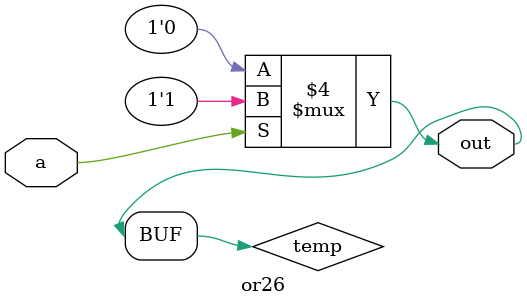
<source format=v>
module or26 (
    input wire a,
    output wire out
);

    reg temp;
    always @(*) begin
        temp = (|a == 1'b1) ? 1'b1 : 1'b0;
    end
    
    assign out = temp;
endmodule

</source>
